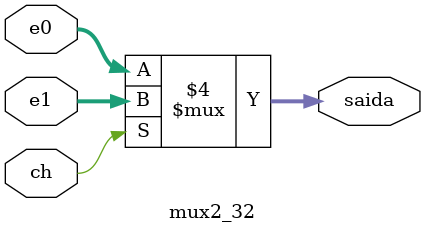
<source format=v>
module mux2_32
(e0,e1,ch,saida);

input [31:0] e0, e1;
input ch;
output reg [31:0] saida;

always @(*)
begin
	if(ch == 1'b0)
		begin
		saida = e0;
		end
	else
		begin
		saida = e1;
		end
end
endmodule
</source>
